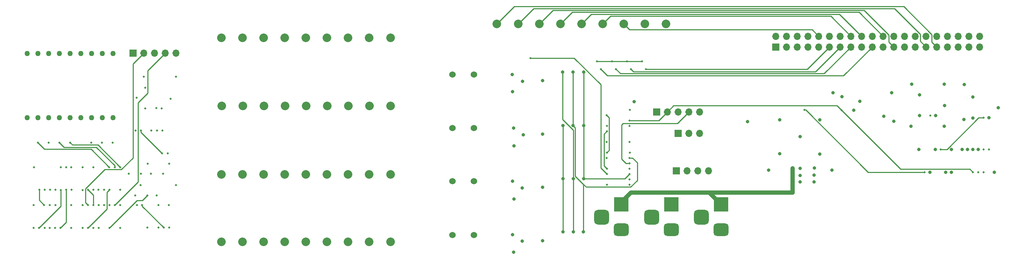
<source format=gbl>
G04 #@! TF.GenerationSoftware,KiCad,Pcbnew,(6.0.6)*
G04 #@! TF.CreationDate,2023-06-19T14:34:30+09:30*
G04 #@! TF.ProjectId,RPi Arcade Hat V0-3,52506920-4172-4636-9164-652048617420,rev?*
G04 #@! TF.SameCoordinates,Original*
G04 #@! TF.FileFunction,Copper,L4,Bot*
G04 #@! TF.FilePolarity,Positive*
%FSLAX46Y46*%
G04 Gerber Fmt 4.6, Leading zero omitted, Abs format (unit mm)*
G04 Created by KiCad (PCBNEW (6.0.6)) date 2023-06-19 14:34:30*
%MOMM*%
%LPD*%
G01*
G04 APERTURE LIST*
G04 Aperture macros list*
%AMRoundRect*
0 Rectangle with rounded corners*
0 $1 Rounding radius*
0 $2 $3 $4 $5 $6 $7 $8 $9 X,Y pos of 4 corners*
0 Add a 4 corners polygon primitive as box body*
4,1,4,$2,$3,$4,$5,$6,$7,$8,$9,$2,$3,0*
0 Add four circle primitives for the rounded corners*
1,1,$1+$1,$2,$3*
1,1,$1+$1,$4,$5*
1,1,$1+$1,$6,$7*
1,1,$1+$1,$8,$9*
0 Add four rect primitives between the rounded corners*
20,1,$1+$1,$2,$3,$4,$5,0*
20,1,$1+$1,$4,$5,$6,$7,0*
20,1,$1+$1,$6,$7,$8,$9,0*
20,1,$1+$1,$8,$9,$2,$3,0*%
G04 Aperture macros list end*
G04 #@! TA.AperFunction,ComponentPad*
%ADD10C,2.032000*%
G04 #@! TD*
G04 #@! TA.AperFunction,ComponentPad*
%ADD11O,1.700000X1.700000*%
G04 #@! TD*
G04 #@! TA.AperFunction,ComponentPad*
%ADD12R,1.700000X1.700000*%
G04 #@! TD*
G04 #@! TA.AperFunction,ComponentPad*
%ADD13C,1.270000*%
G04 #@! TD*
G04 #@! TA.AperFunction,ComponentPad*
%ADD14C,1.524000*%
G04 #@! TD*
G04 #@! TA.AperFunction,ComponentPad*
%ADD15RoundRect,0.875000X0.875000X-0.875000X0.875000X0.875000X-0.875000X0.875000X-0.875000X-0.875000X0*%
G04 #@! TD*
G04 #@! TA.AperFunction,ComponentPad*
%ADD16RoundRect,0.750000X1.000000X-0.750000X1.000000X0.750000X-1.000000X0.750000X-1.000000X-0.750000X0*%
G04 #@! TD*
G04 #@! TA.AperFunction,ComponentPad*
%ADD17R,3.500000X3.500000*%
G04 #@! TD*
G04 #@! TA.AperFunction,ViaPad*
%ADD18C,0.500000*%
G04 #@! TD*
G04 #@! TA.AperFunction,ViaPad*
%ADD19C,0.800000*%
G04 #@! TD*
G04 #@! TA.AperFunction,Conductor*
%ADD20C,0.250000*%
G04 #@! TD*
G04 #@! TA.AperFunction,Conductor*
%ADD21C,1.000000*%
G04 #@! TD*
G04 APERTURE END LIST*
D10*
X91186000Y-94488000D03*
X96186000Y-94488000D03*
X101186001Y-94488000D03*
X106186001Y-94488000D03*
X111186001Y-94488000D03*
X116186001Y-94488000D03*
X121186001Y-94488000D03*
X126186001Y-94488000D03*
X131186002Y-94488000D03*
D11*
X204322600Y-95859600D03*
X201782600Y-95859600D03*
X199242600Y-95859600D03*
X196702600Y-95859600D03*
D12*
X194162600Y-95859600D03*
D13*
X45142000Y-82011250D03*
X47682000Y-82011250D03*
X50222000Y-82011250D03*
X52762000Y-82011250D03*
X55302000Y-82011250D03*
X57842000Y-82011250D03*
X60382000Y-82011250D03*
X62922000Y-82011250D03*
X65462000Y-82011250D03*
X45142000Y-97251250D03*
X47682000Y-97251250D03*
X50222000Y-97251250D03*
X52762000Y-97251250D03*
X55302000Y-97251250D03*
X57842000Y-97251250D03*
X60382000Y-97251250D03*
X62922000Y-97251250D03*
X65462000Y-97251250D03*
D11*
X80402200Y-81909650D03*
X77862200Y-81909650D03*
X75322200Y-81909650D03*
X72782200Y-81909650D03*
D12*
X70242200Y-81909650D03*
D14*
X150952200Y-86996099D03*
X145872200Y-86996099D03*
X150901400Y-99696099D03*
X145821400Y-99696099D03*
X150901400Y-112345299D03*
X145821400Y-112345299D03*
X150901400Y-125096099D03*
X145821400Y-125096099D03*
D15*
X192955100Y-120850400D03*
D16*
X197655100Y-123850400D03*
D17*
X197655100Y-117850400D03*
D15*
X181118700Y-120850400D03*
D16*
X185818700Y-123850400D03*
D17*
X185818700Y-117850400D03*
D12*
X198841200Y-109880400D03*
D11*
X201381200Y-109880400D03*
X203921200Y-109880400D03*
X206461200Y-109880400D03*
D12*
X199288400Y-100939600D03*
D11*
X201828400Y-100939600D03*
X204368400Y-100939600D03*
D17*
X209440700Y-117850400D03*
D16*
X209440700Y-123850400D03*
D15*
X204740700Y-120850400D03*
D10*
X131150401Y-78257200D03*
X126150400Y-78257200D03*
X121150400Y-78257200D03*
X116150400Y-78257200D03*
X111150400Y-78257200D03*
X106150400Y-78257200D03*
X101150400Y-78257200D03*
X96150399Y-78257200D03*
X91150399Y-78257200D03*
X196377601Y-75006000D03*
X191377600Y-75006000D03*
X186377600Y-75006000D03*
X181377600Y-75006000D03*
X176377600Y-75006000D03*
X171377600Y-75006000D03*
X166377600Y-75006000D03*
X161377599Y-75006000D03*
X156377599Y-75006000D03*
X91150399Y-110693200D03*
X96150399Y-110693200D03*
X101150400Y-110693200D03*
X106150400Y-110693200D03*
X111150400Y-110693200D03*
X116150400Y-110693200D03*
X121150400Y-110693200D03*
X126150400Y-110693200D03*
X131150401Y-110693200D03*
X131150401Y-126720400D03*
X126150400Y-126720400D03*
X121150400Y-126720400D03*
X116150400Y-126720400D03*
X111150400Y-126720400D03*
X106150400Y-126720400D03*
X101150400Y-126720400D03*
X96150399Y-126720400D03*
X91150399Y-126720400D03*
D11*
X270642000Y-77906800D03*
X270642000Y-80446800D03*
X268102000Y-77906800D03*
X268102000Y-80446800D03*
X265562000Y-77906800D03*
X265562000Y-80446800D03*
X263022000Y-77906800D03*
X263022000Y-80446800D03*
X260482000Y-77906800D03*
X260482000Y-80446800D03*
X257942000Y-77906800D03*
X257942000Y-80446800D03*
X255402000Y-77906800D03*
X255402000Y-80446800D03*
X252862000Y-77906800D03*
X252862000Y-80446800D03*
X250322000Y-77906800D03*
X250322000Y-80446800D03*
X247782000Y-77906800D03*
X247782000Y-80446800D03*
X245242000Y-77906800D03*
X245242000Y-80446800D03*
X242702000Y-77906800D03*
X242702000Y-80446800D03*
X240162000Y-77906800D03*
X240162000Y-80446800D03*
X237622000Y-77906800D03*
X237622000Y-80446800D03*
X235082000Y-77906800D03*
X235082000Y-80446800D03*
X232542000Y-77906800D03*
X232542000Y-80446800D03*
X230002000Y-77906800D03*
X230002000Y-80446800D03*
X227462000Y-77906800D03*
X227462000Y-80446800D03*
X224922000Y-77906800D03*
X224922000Y-80446800D03*
X222382000Y-77906800D03*
D12*
X222382000Y-80446800D03*
D18*
X72065575Y-110521175D03*
X65893800Y-117970050D03*
X73640800Y-115702350D03*
X64617600Y-123393200D03*
X59537600Y-123393200D03*
X64623800Y-114378450D03*
X74462775Y-110530775D03*
X48006000Y-114350800D03*
X49174400Y-117957600D03*
X47955200Y-123393200D03*
X53035200Y-123393200D03*
X53086000Y-114401600D03*
X54362200Y-114378450D03*
X59543800Y-117970050D03*
X59537600Y-114350800D03*
X60813800Y-117970050D03*
X58267600Y-114401600D03*
X55575200Y-117957600D03*
X67157600Y-117957600D03*
X75692000Y-94996000D03*
X72085200Y-100330000D03*
X77114400Y-105714800D03*
X74574400Y-100330000D03*
X76200000Y-117957600D03*
X72339200Y-117957600D03*
X73609200Y-123342400D03*
X76200000Y-123342400D03*
X77470000Y-123342400D03*
X64617600Y-117957600D03*
X78720800Y-117970050D03*
X69189600Y-110540800D03*
X77368400Y-110540800D03*
X77165200Y-100330000D03*
X75895200Y-100330000D03*
X70815200Y-100330000D03*
X78435200Y-105714800D03*
X73660000Y-108153200D03*
X78790800Y-108153200D03*
X80416400Y-113233200D03*
X71983600Y-113233200D03*
X70713600Y-115671600D03*
X75793600Y-115671600D03*
X71120000Y-117957600D03*
X78740000Y-123342400D03*
X62077600Y-117957600D03*
X51816000Y-117957600D03*
X50495200Y-117957600D03*
X46685200Y-118008400D03*
X46685200Y-123393200D03*
X49276000Y-123393200D03*
X50495200Y-123393200D03*
X51765200Y-123393200D03*
X55575200Y-123393200D03*
X58267600Y-123393200D03*
X62077600Y-123393200D03*
X60807600Y-123393200D03*
X67157600Y-123393200D03*
X63347600Y-117957600D03*
X58267600Y-117957600D03*
X80414800Y-87499450D03*
X72794800Y-87499450D03*
X79144800Y-92731850D03*
X71067600Y-92528650D03*
X73150400Y-90141050D03*
X77011200Y-95017850D03*
X73150400Y-95017850D03*
X65411200Y-103144050D03*
X62871200Y-103144050D03*
X60331200Y-103144050D03*
X55352800Y-103144050D03*
X52812800Y-103194850D03*
X50272800Y-103144050D03*
X47682000Y-103144050D03*
X55606800Y-108986050D03*
X54387600Y-108986050D03*
X53117600Y-108986050D03*
X60839200Y-108986050D03*
X64598400Y-108986050D03*
X65919200Y-108986050D03*
X67189200Y-108986050D03*
X67189200Y-114370850D03*
X63379200Y-114370850D03*
X62058400Y-114370850D03*
X60839200Y-114370850D03*
X58299200Y-108986050D03*
X55657600Y-114370850D03*
X51847600Y-114370850D03*
X50577600Y-114370850D03*
X49307600Y-114370850D03*
X46767600Y-108986050D03*
X258945200Y-96736600D03*
X237930200Y-95468400D03*
X257556000Y-110185200D03*
X229158800Y-95402400D03*
X271576800Y-104800400D03*
X272846800Y-104800400D03*
X271576800Y-97282000D03*
X261376200Y-104792800D03*
X187764400Y-109321600D03*
X269036800Y-110185200D03*
X270306800Y-110185200D03*
X271576800Y-110185200D03*
X187764400Y-113131600D03*
X187756800Y-97891600D03*
X182364400Y-106781600D03*
D19*
X235661200Y-109677200D03*
D18*
X191653200Y-85722700D03*
X188097200Y-85714800D03*
X184541200Y-85714800D03*
X180985200Y-85722700D03*
X180035200Y-83870800D03*
X183591200Y-83870800D03*
X187147200Y-83870800D03*
X190703200Y-83870800D03*
D19*
X188874400Y-93421200D03*
D18*
X182372000Y-110591600D03*
X164310300Y-83098800D03*
X182372000Y-99161600D03*
X187764400Y-111861600D03*
X187756800Y-99161600D03*
X187756800Y-102971600D03*
X187764400Y-108051600D03*
X182372000Y-109321600D03*
X182356800Y-96621600D03*
X182372000Y-105511600D03*
X182372000Y-100431600D03*
X187756800Y-106781600D03*
X182321200Y-102971600D03*
X187807600Y-95351600D03*
X182372000Y-113131600D03*
X187807600Y-105511600D03*
X187756800Y-110591600D03*
D19*
X274116800Y-110185200D03*
X266496800Y-104800400D03*
X267766800Y-104800400D03*
X269036800Y-104800400D03*
X270306800Y-104800400D03*
X260119000Y-104798800D03*
X256258200Y-104798800D03*
X258849000Y-110234400D03*
X262608200Y-110183600D03*
X263929000Y-110183600D03*
X263929000Y-104798800D03*
X215646000Y-98196400D03*
X176936400Y-86410800D03*
X174396400Y-86410800D03*
X171907200Y-86410800D03*
X176885600Y-99110800D03*
X174396400Y-99110800D03*
X171958000Y-99110800D03*
X176885600Y-111709200D03*
X174447200Y-111709200D03*
X171958000Y-111709200D03*
X171958000Y-124358400D03*
X174447200Y-124358400D03*
X176834800Y-124358400D03*
X220675200Y-109677200D03*
X228092000Y-101701600D03*
X223266000Y-105816400D03*
X223316800Y-97739200D03*
X232816400Y-97739200D03*
X232816400Y-105867200D03*
X231495600Y-109220000D03*
X231444800Y-110896400D03*
X231444800Y-112522000D03*
X228092000Y-112522000D03*
X228092000Y-109270800D03*
X228092000Y-110947200D03*
X226364800Y-112572800D03*
X226364800Y-110947200D03*
X226364800Y-109270800D03*
X249792800Y-91287600D03*
X247964000Y-96926400D03*
X250300800Y-98094800D03*
X235938300Y-91353600D03*
X238071900Y-92268000D03*
X240865900Y-95468400D03*
X242237500Y-93385600D03*
X256430600Y-91797400D03*
X256379800Y-96775800D03*
X260240600Y-96775800D03*
X262374200Y-94337400D03*
X262221800Y-99265000D03*
X254398600Y-99315800D03*
X254551000Y-89308200D03*
X262221800Y-89308200D03*
X272864400Y-97283800D03*
X269054400Y-97334600D03*
X269054400Y-92356200D03*
X267022400Y-89359000D03*
X274998000Y-94896200D03*
X266870000Y-97690200D03*
X159969200Y-86995200D03*
X160070800Y-91059200D03*
X162407600Y-88570000D03*
X167182800Y-88468400D03*
X167132000Y-101168400D03*
X162610800Y-101270000D03*
X160426400Y-103911600D03*
X160324800Y-99695200D03*
X162356800Y-113919200D03*
X167132000Y-113766800D03*
X160375600Y-116560800D03*
X162306000Y-126517600D03*
X167132000Y-126416000D03*
X160324800Y-129159200D03*
X160070800Y-125044400D03*
X160070800Y-112344400D03*
D20*
X194670600Y-97891600D02*
X187756800Y-97891600D01*
X196702600Y-95859600D02*
X194670600Y-97891600D01*
X186248627Y-98586600D02*
X199055600Y-98586600D01*
X199055600Y-98586600D02*
X201782600Y-95859600D01*
X185877200Y-98958027D02*
X186248627Y-98586600D01*
X198175800Y-94386400D02*
X196702600Y-95859600D01*
X218033600Y-94386400D02*
X198175800Y-94386400D01*
X218040200Y-94393000D02*
X218033600Y-94386400D01*
X236854800Y-94393000D02*
X218040200Y-94393000D01*
X237930200Y-95468400D02*
X236854800Y-94393000D01*
D21*
X185818700Y-117329100D02*
X188099100Y-115048700D01*
X185818700Y-117850400D02*
X185818700Y-117329100D01*
X205117100Y-115048700D02*
X188099100Y-115048700D01*
X209440700Y-117848300D02*
X206641100Y-115048700D01*
X206641100Y-115048700D02*
X205117100Y-115048700D01*
X226364800Y-115048700D02*
X206641100Y-115048700D01*
X209440700Y-117850400D02*
X209440700Y-117848300D01*
D20*
X73725400Y-86046450D02*
X77862200Y-81909650D01*
X73725400Y-91374600D02*
X73725400Y-86046450D01*
X71390200Y-93709800D02*
X73725400Y-91374600D01*
X71390200Y-112473650D02*
X71390200Y-93709800D01*
X65893800Y-117970050D02*
X71390200Y-112473650D01*
X71120000Y-116890800D02*
X64617600Y-123393200D01*
X72452350Y-116890800D02*
X71120000Y-116890800D01*
X64042600Y-114959650D02*
X64623800Y-114378450D01*
X64042600Y-118888200D02*
X64042600Y-114959650D01*
X59537600Y-123393200D02*
X64042600Y-118888200D01*
X73640800Y-115702350D02*
X72452350Y-116890800D01*
X53035200Y-123393200D02*
X54362200Y-122066200D01*
X54362200Y-122066200D02*
X54362200Y-114378450D01*
X53086000Y-118262400D02*
X53086000Y-114401600D01*
X47955200Y-123393200D02*
X53086000Y-118262400D01*
X48006000Y-116789200D02*
X49174400Y-117957600D01*
X48006000Y-114350800D02*
X48006000Y-116789200D01*
X67427373Y-109561050D02*
X70205600Y-106782823D01*
X58962600Y-114113000D02*
X63514550Y-109561050D01*
X70205600Y-84486250D02*
X72782200Y-81909650D01*
X58962600Y-117388850D02*
X58962600Y-114113000D01*
X63514550Y-109561050D02*
X67427373Y-109561050D01*
X59543800Y-117970050D02*
X58962600Y-117388850D01*
X70205600Y-106782823D02*
X70205600Y-84486250D01*
X60813800Y-115627000D02*
X59537600Y-114350800D01*
X60813800Y-117970050D02*
X60813800Y-115627000D01*
X72085200Y-100685600D02*
X77114400Y-105714800D01*
X72085200Y-100330000D02*
X72085200Y-100685600D01*
X72339200Y-118211600D02*
X72339200Y-117957600D01*
X77470000Y-123342400D02*
X72339200Y-118211600D01*
X49249600Y-104711650D02*
X47682000Y-103144050D01*
X60324000Y-104711650D02*
X49249600Y-104711650D01*
X64598400Y-108986050D02*
X60324000Y-104711650D01*
X61550400Y-104261650D02*
X65919200Y-108630450D01*
X53879600Y-104261650D02*
X61550400Y-104261650D01*
X52812800Y-103194850D02*
X53879600Y-104261650D01*
X65919200Y-108630450D02*
X65919200Y-108986050D01*
X61922200Y-103719050D02*
X55927800Y-103719050D01*
X55927800Y-103719050D02*
X55352800Y-103144050D01*
X67189200Y-108986050D02*
X61922200Y-103719050D01*
X251920400Y-109458600D02*
X237930200Y-95468400D01*
X268310200Y-109458600D02*
X251920400Y-109458600D01*
X269036800Y-110185200D02*
X268310200Y-109458600D01*
X229454295Y-95402400D02*
X229158800Y-95402400D01*
X244237095Y-110185200D02*
X229454295Y-95402400D01*
X257556000Y-110185200D02*
X244237095Y-110185200D01*
X270420495Y-97282000D02*
X271576800Y-97282000D01*
X262909695Y-104792800D02*
X270420495Y-97282000D01*
X261376200Y-104792800D02*
X262909695Y-104792800D01*
X185877200Y-107035600D02*
X186893200Y-108051600D01*
X185877200Y-98958027D02*
X185877200Y-107035600D01*
X186893200Y-108051600D02*
X187764400Y-108051600D01*
X189585600Y-107950000D02*
X189585600Y-112123573D01*
X189585600Y-112123573D02*
X188002573Y-113706600D01*
X188417200Y-106781600D02*
X189585600Y-107950000D01*
X177469905Y-113706600D02*
X176834800Y-113071495D01*
X187756800Y-106781600D02*
X188417200Y-106781600D01*
X188002573Y-113706600D02*
X177469905Y-113706600D01*
X259307000Y-77493800D02*
X259307000Y-79271800D01*
X252685919Y-70872719D02*
X259307000Y-77493800D01*
X259307000Y-79271800D02*
X260482000Y-80446800D01*
X160510880Y-70872719D02*
X252685919Y-70872719D01*
X156377599Y-75006000D02*
X160510880Y-70872719D01*
X256577000Y-77420099D02*
X256577000Y-79081800D01*
X256577000Y-79081800D02*
X257942000Y-80446800D01*
X250479620Y-71322719D02*
X256577000Y-77420099D01*
X165060880Y-71322719D02*
X250479620Y-71322719D01*
X161377599Y-75006000D02*
X165060880Y-71322719D01*
X243309620Y-71772719D02*
X249147000Y-77610099D01*
X249147000Y-77610099D02*
X249147000Y-79271800D01*
X249147000Y-79271800D02*
X250322000Y-80446800D01*
X169610881Y-71772719D02*
X243309620Y-71772719D01*
X166377600Y-75006000D02*
X169610881Y-71772719D01*
X242097919Y-72222719D02*
X247782000Y-77906800D01*
X174160881Y-72222719D02*
X242097919Y-72222719D01*
X171377600Y-75006000D02*
X174160881Y-72222719D01*
X237467919Y-72672719D02*
X242702000Y-77906800D01*
X178710881Y-72672719D02*
X237467919Y-72672719D01*
X176377600Y-75006000D02*
X178710881Y-72672719D01*
X235377919Y-73122719D02*
X240162000Y-77906800D01*
X183260881Y-73122719D02*
X235377919Y-73122719D01*
X181377600Y-75006000D02*
X183260881Y-73122719D01*
X230982200Y-76347000D02*
X232542000Y-77906800D01*
X187718600Y-76347000D02*
X230982200Y-76347000D01*
X186377600Y-75006000D02*
X187718600Y-76347000D01*
X238414400Y-87274400D02*
X245242000Y-80446800D01*
X182536900Y-87274400D02*
X238414400Y-87274400D01*
X180985200Y-85722700D02*
X182536900Y-87274400D01*
X233842400Y-86766400D02*
X240162000Y-80446800D01*
X185592800Y-86766400D02*
X233842400Y-86766400D01*
X184541200Y-85714800D02*
X185592800Y-86766400D01*
X188680100Y-86297700D02*
X231771100Y-86297700D01*
X231771100Y-86297700D02*
X237622000Y-80446800D01*
X188097200Y-85714800D02*
X188680100Y-86297700D01*
X229806100Y-85722700D02*
X235082000Y-80446800D01*
X191653200Y-85722700D02*
X229806100Y-85722700D01*
X190703200Y-83870800D02*
X187147200Y-83870800D01*
X183591200Y-83870800D02*
X187147200Y-83870800D01*
X180035200Y-83870800D02*
X183591200Y-83870800D01*
X180935800Y-89384895D02*
X174649705Y-83098800D01*
X182372000Y-110591600D02*
X180935800Y-109155400D01*
X180935800Y-109155400D02*
X180935800Y-89384895D01*
X174649705Y-83098800D02*
X164310300Y-83098800D01*
X181746200Y-108695800D02*
X182372000Y-109321600D01*
X182372000Y-100431600D02*
X181746200Y-101057400D01*
X181746200Y-101057400D02*
X181746200Y-108695800D01*
X182947000Y-104936600D02*
X182372000Y-105511600D01*
X182947000Y-97211800D02*
X182947000Y-104936600D01*
X182356800Y-96621600D02*
X182947000Y-97211800D01*
X186639200Y-111709200D02*
X187756800Y-110591600D01*
X176885600Y-111709200D02*
X186639200Y-111709200D01*
X176885600Y-86461600D02*
X176936400Y-86410800D01*
X176885600Y-99110800D02*
X176885600Y-86461600D01*
X174897200Y-99611600D02*
X174396400Y-99110800D01*
X176834800Y-113071495D02*
X174897200Y-111133895D01*
X174897200Y-111133895D02*
X174897200Y-99611600D01*
X176834800Y-124358400D02*
X176834800Y-113071495D01*
X174447200Y-100186905D02*
X171907200Y-97646905D01*
X171907200Y-97646905D02*
X171907200Y-86410800D01*
X174447200Y-111709200D02*
X174447200Y-100186905D01*
X174396400Y-86410800D02*
X174396400Y-99110800D01*
X176885600Y-111709200D02*
X176885600Y-99110800D01*
X174447200Y-124358400D02*
X174447200Y-111709200D01*
X171958000Y-111709200D02*
X171958000Y-99110800D01*
X171958000Y-124358400D02*
X171958000Y-111709200D01*
D21*
X226364800Y-109270800D02*
X226364800Y-115048700D01*
M02*

</source>
